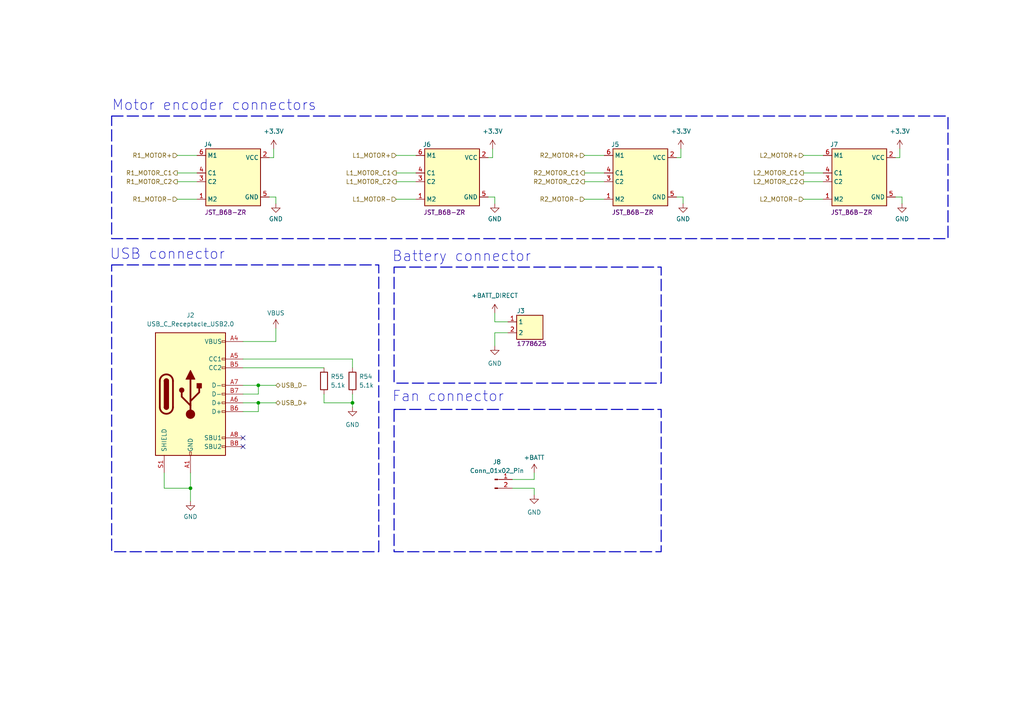
<source format=kicad_sch>
(kicad_sch (version 20230121) (generator eeschema)
  (paper "A4")
  (lib_symbols
    (symbol "Connector:Conn_01x02_Pin" (pin_names (offset 1.016) hide)
      (property "Reference" "J" (at 0 2.54 0))
      (property "Value" "Conn_01x02_Pin" (at 0 -5.08 0))
      (symbol "Conn_01x02_Pin_1_1"
        (polyline (pts (xy 1.27 -2.54) (xy 0.8636 -2.54)) (stroke (width 0.1524)))
        (polyline (pts (xy 1.27 0) (xy 0.8636 0)) (stroke (width 0.1524)))
        (rectangle (start 0.8636 -2.413) (end 0 -2.667) (stroke (width 0.1524)) (fill (type outline)))
        (rectangle (start 0.8636 0.127) (end 0 -0.127) (stroke (width 0.1524)) (fill (type outline)))
        (pin passive line (at 5.08 0 180) (length 3.81) (name "Pin_1") (number "1"))
        (pin passive line (at 5.08 -2.54 180) (length 3.81) (name "Pin_2") (number "2"))
      )
    )
    (symbol "Connector:USB_C_Receptacle_USB2.0" (pin_names (offset 1.016))
      (property "Reference" "J" (at -10.16 19.05 0))
      (property "Value" "USB_C_Receptacle_USB2.0" (at 19.05 19.05 0))
      (symbol "USB_C_Receptacle_USB2.0_0_0"
        (rectangle (start -0.254 -17.78) (end 0.254 -16.764))
        (rectangle (start 10.16 -14.986) (end 9.144 -15.494))
        (rectangle (start 10.16 -12.446) (end 9.144 -12.954))
        (rectangle (start 10.16 -4.826) (end 9.144 -5.334))
        (rectangle (start 10.16 -2.286) (end 9.144 -2.794))
        (rectangle (start 10.16 0.254) (end 9.144 -0.254))
        (rectangle (start 10.16 2.794) (end 9.144 2.286))
        (rectangle (start 10.16 7.874) (end 9.144 7.366))
        (rectangle (start 10.16 10.414) (end 9.144 9.906))
        (rectangle (start 10.16 15.494) (end 9.144 14.986))
      )
      (symbol "USB_C_Receptacle_USB2.0_0_1"
        (rectangle (start -10.16 17.78) (end 10.16 -17.78) (stroke (width 0.254)) (fill (type background)))
        (arc (start -8.89 -3.81) (mid -6.985 -5.7067) (end -5.08 -3.81) (stroke (width 0.508)))
        (arc (start -7.62 -3.81) (mid -6.985 -4.4423) (end -6.35 -3.81) (stroke (width 0.254)))
        (arc (start -7.62 -3.81) (mid -6.985 -4.4423) (end -6.35 -3.81) (stroke (width 0.254)) (fill (type outline)))
        (rectangle (start -7.62 -3.81) (end -6.35 3.81) (stroke (width 0.254)) (fill (type outline)))
        (arc (start -6.35 3.81) (mid -6.985 4.4423) (end -7.62 3.81) (stroke (width 0.254)))
        (arc (start -6.35 3.81) (mid -6.985 4.4423) (end -7.62 3.81) (stroke (width 0.254)) (fill (type outline)))
        (arc (start -5.08 3.81) (mid -6.985 5.7067) (end -8.89 3.81) (stroke (width 0.508)))
        (circle (center -2.54 1.143) (radius 0.635) (stroke (width 0.254)) (fill (type outline)))
        (circle (center 0 -5.842) (radius 1.27) (fill (type outline)))
        (polyline (pts (xy -8.89 -3.81) (xy -8.89 3.81)) (stroke (width 0.508)))
        (polyline (pts (xy -5.08 3.81) (xy -5.08 -3.81)) (stroke (width 0.508)))
        (polyline (pts (xy 0 -5.842) (xy 0 4.318)) (stroke (width 0.508)))
        (polyline (pts (xy 0 -3.302) (xy -2.54 -0.762) (xy -2.54 0.508)) (stroke (width 0.508)))
        (polyline (pts (xy 0 -2.032) (xy 2.54 0.508) (xy 2.54 1.778)) (stroke (width 0.508)))
        (polyline (pts (xy -1.27 4.318) (xy 0 6.858) (xy 1.27 4.318) (xy -1.27 4.318)) (stroke (width 0.254)) (fill (type outline)))
        (rectangle (start 1.905 1.778) (end 3.175 3.048) (stroke (width 0.254)) (fill (type outline)))
      )
      (symbol "USB_C_Receptacle_USB2.0_1_1"
        (pin passive line (at 0 -22.86 90) (length 5.08) (name "GND") (number "A1"))
        (pin passive line (at 0 -22.86 90) (length 5.08) hide (name "GND") (number "A12"))
        (pin passive line (at 15.24 15.24 180) (length 5.08) (name "VBUS") (number "A4"))
        (pin bidirectional line (at 15.24 10.16 180) (length 5.08) (name "CC1") (number "A5"))
        (pin bidirectional line (at 15.24 -2.54 180) (length 5.08) (name "D+") (number "A6"))
        (pin bidirectional line (at 15.24 2.54 180) (length 5.08) (name "D-") (number "A7"))
        (pin bidirectional line (at 15.24 -12.7 180) (length 5.08) (name "SBU1") (number "A8"))
        (pin passive line (at 15.24 15.24 180) (length 5.08) hide (name "VBUS") (number "A9"))
        (pin passive line (at 0 -22.86 90) (length 5.08) hide (name "GND") (number "B1"))
        (pin passive line (at 0 -22.86 90) (length 5.08) hide (name "GND") (number "B12"))
        (pin passive line (at 15.24 15.24 180) (length 5.08) hide (name "VBUS") (number "B4"))
        (pin bidirectional line (at 15.24 7.62 180) (length 5.08) (name "CC2") (number "B5"))
        (pin bidirectional line (at 15.24 -5.08 180) (length 5.08) (name "D+") (number "B6"))
        (pin bidirectional line (at 15.24 0 180) (length 5.08) (name "D-") (number "B7"))
        (pin bidirectional line (at 15.24 -15.24 180) (length 5.08) (name "SBU2") (number "B8"))
        (pin passive line (at 15.24 15.24 180) (length 5.08) hide (name "VBUS") (number "B9"))
        (pin passive line (at -7.62 -22.86 90) (length 5.08) (name "SHIELD") (number "S1"))
      )
    )
    (symbol "Connectors:JST_B6B-ZR"
      (property "Reference" "J" (at 0.635 1.27 0))
      (property "Value" "JST_B6B-ZR" (at 5.715 -17.78 0))
      (property "Part number" "JST_B6B-ZR" (at 5.715 -17.78 0))
      (symbol "JST_B6B-ZR_1_1"
        (rectangle (start 0 0) (end 15.875 -16.51) (stroke (width 0.254)) (fill (type background)))
        (pin input line (at -2.54 -14.605 0) (length 2.54) (name "M2") (number "1"))
        (pin power_in line (at 18.415 -2.54 180) (length 2.54) (name "VCC") (number "2"))
        (pin output line (at -2.54 -9.525 0) (length 2.54) (name "C2") (number "3"))
        (pin output line (at -2.54 -6.985 0) (length 2.54) (name "C1") (number "4"))
        (pin power_out line (at 18.415 -13.97 180) (length 2.54) (name "GND") (number "5"))
        (pin input line (at -2.54 -1.905 0) (length 2.54) (name "M1") (number "6"))
      )
    )
    (symbol "Connectors:PTSM_0,5/_2-HH-2,5-THR_R16"
      (property "Reference" "J" (at 0.635 1.27 0))
      (property "Value" "1778625" (at 3.81 -8.255 0))
      (property "Part number" "1778625" (at 3.81 -8.255 0))
      (symbol "PTSM_0,5/_2-HH-2,5-THR_R16_1_1"
        (rectangle (start 0 0) (end 7.62 -6.985) (stroke (width 0.254)) (fill (type background)))
        (pin input line (at -2.54 -1.905 0) (length 2.54) (name "1") (number "1"))
        (pin input line (at -2.54 -5.08 0) (length 2.54) (name "2") (number "2"))
      )
    )
    (symbol "Device:R" (pin_numbers hide) (pin_names (offset 0))
      (property "Reference" "R" (at 2.032 0 90))
      (property "Value" "R" (at 0 0 90))
      (symbol "R_0_1"
        (rectangle (start -1.016 -2.54) (end 1.016 2.54) (stroke (width 0.254)))
      )
      (symbol "R_1_1"
        (pin passive line (at 0 3.81 270) (length 1.27) (name "~") (number "1"))
        (pin passive line (at 0 -3.81 90) (length 1.27) (name "~") (number "2"))
      )
    )
    (symbol "power:+3.3V" (power) (pin_names (offset 0))
      (property "Value" "+3.3V" (at 0 3.556 0))
      (symbol "+3.3V_0_1"
        (polyline (pts (xy -0.762 1.27) (xy 0 2.54)))
        (polyline (pts (xy 0 0) (xy 0 2.54)))
        (polyline (pts (xy 0 2.54) (xy 0.762 1.27)))
      )
      (symbol "+3.3V_1_1"
        (pin power_in line (at 0 0 90) (length 0) hide (name "+3.3V") (number "1"))
      )
    )
    (symbol "power:+BATT" (power) (pin_names (offset 0))
      (property "Value" "+BATT" (at 0 3.556 0))
      (symbol "+BATT_0_1"
        (polyline (pts (xy -0.762 1.27) (xy 0 2.54)))
        (polyline (pts (xy 0 0) (xy 0 2.54)))
        (polyline (pts (xy 0 2.54) (xy 0.762 1.27)))
      )
      (symbol "+BATT_1_1"
        (pin power_in line (at 0 0 90) (length 0) hide (name "+BATT") (number "1"))
      )
    )
    (symbol "power:GND" (power) (pin_names (offset 0))
      (property "Value" "GND" (at 0 -3.81 0))
      (symbol "GND_0_1"
        (polyline (pts (xy 0 0) (xy 0 -1.27) (xy 1.27 -1.27) (xy 0 -2.54) (xy -1.27 -1.27) (xy 0 -1.27)))
      )
      (symbol "GND_1_1"
        (pin power_in line (at 0 0 270) (length 0) hide (name "GND") (number "1"))
      )
    )
    (symbol "power:VBUS" (power) (pin_names (offset 0))
      (property "Value" "VBUS" (at 0 3.81 0))
      (symbol "VBUS_0_1"
        (polyline (pts (xy -0.762 1.27) (xy 0 2.54)))
        (polyline (pts (xy 0 0) (xy 0 2.54)))
        (polyline (pts (xy 0 2.54) (xy 0.762 1.27)))
      )
      (symbol "VBUS_1_1"
        (pin power_in line (at 0 0 90) (length 0) hide (name "VBUS") (number "1"))
      )
    )
    (symbol "power_symbols:+BATT_DIRECT" (power) (pin_numbers hide) (pin_names hide) (in_bom no) (on_board no)
      (property "Value" "+BATT_DIRECT" (at 0.635 3.81 0))
      (symbol "+BATT_DIRECT_0_1"
        (polyline (pts (xy -0.762 1.27) (xy 0 2.54)))
        (polyline (pts (xy 0 0) (xy 0 2.54)))
        (polyline (pts (xy 0 2.54) (xy 0.762 1.27)))
      )
      (symbol "+BATT_DIRECT_1_1"
        (pin power_in line (at 0 0 90) (length 0) hide (name "+BATT_DIRECT") (number "1"))
      )
    )
  )
  (junction (at 55.245 141.605))
  (junction (at 74.93 111.76))
  (junction (at 102.235 116.84))
  (junction (at 74.93 116.84))
  (no_connect (at 70.485 129.54))
  (no_connect (at 70.485 127))
  (wire (pts (xy 114.935 52.705) (xy 120.65 52.705)))
  (wire (pts (xy 198.12 57.15) (xy 198.12 59.055)))
  (wire (pts (xy 51.435 45.085) (xy 57.15 45.085)))
  (wire (pts (xy 78.105 57.15) (xy 80.01 57.15)))
  (wire (pts (xy 154.94 139.065) (xy 148.59 139.065)))
  (wire (pts (xy 79.375 45.72) (xy 78.105 45.72)))
  (wire (pts (xy 70.485 119.38) (xy 74.93 119.38)))
  (wire (pts (xy 259.715 57.15) (xy 261.62 57.15)))
  (wire (pts (xy 142.875 43.18) (xy 142.875 45.72)))
  (wire (pts (xy 80.01 99.06) (xy 70.485 99.06)))
  (wire (pts (xy 143.51 90.805) (xy 143.51 93.345)))
  (wire (pts (xy 74.93 119.38) (xy 74.93 116.84)))
  (wire (pts (xy 102.235 114.3) (xy 102.235 116.84)))
  (wire (pts (xy 74.93 116.84) (xy 80.01 116.84)))
  (wire (pts (xy 147.32 93.345) (xy 143.51 93.345)))
  (wire (pts (xy 169.545 50.165) (xy 175.26 50.165)))
  (wire (pts (xy 233.045 57.785) (xy 238.76 57.785)))
  (wire (pts (xy 143.51 96.52) (xy 143.51 100.33)))
  (wire (pts (xy 70.485 114.3) (xy 74.93 114.3)))
  (wire (pts (xy 233.045 52.705) (xy 238.76 52.705)))
  (wire (pts (xy 154.94 137.16) (xy 154.94 139.065)))
  (wire (pts (xy 47.625 137.16) (xy 47.625 141.605)))
  (wire (pts (xy 74.93 114.3) (xy 74.93 111.76)))
  (wire (pts (xy 154.94 143.51) (xy 154.94 141.605)))
  (wire (pts (xy 47.625 141.605) (xy 55.245 141.605)))
  (wire (pts (xy 142.875 45.72) (xy 141.605 45.72)))
  (wire (pts (xy 197.485 45.72) (xy 196.215 45.72)))
  (wire (pts (xy 154.94 141.605) (xy 148.59 141.605)))
  (wire (pts (xy 143.51 57.15) (xy 143.51 59.055)))
  (wire (pts (xy 102.235 104.14) (xy 70.485 104.14)))
  (wire (pts (xy 169.545 57.785) (xy 175.26 57.785)))
  (wire (pts (xy 114.935 45.085) (xy 120.65 45.085)))
  (wire (pts (xy 147.32 96.52) (xy 143.51 96.52)))
  (wire (pts (xy 74.93 111.76) (xy 80.01 111.76)))
  (wire (pts (xy 51.435 52.705) (xy 57.15 52.705)))
  (wire (pts (xy 169.545 45.085) (xy 175.26 45.085)))
  (wire (pts (xy 233.045 45.085) (xy 238.76 45.085)))
  (wire (pts (xy 93.98 116.84) (xy 102.235 116.84)))
  (wire (pts (xy 169.545 52.705) (xy 175.26 52.705)))
  (wire (pts (xy 55.245 137.16) (xy 55.245 141.605)))
  (wire (pts (xy 51.435 50.165) (xy 57.15 50.165)))
  (wire (pts (xy 93.98 114.3) (xy 93.98 116.84)))
  (wire (pts (xy 70.485 116.84) (xy 74.93 116.84)))
  (wire (pts (xy 261.62 57.15) (xy 261.62 59.055)))
  (wire (pts (xy 51.435 57.785) (xy 57.15 57.785)))
  (wire (pts (xy 114.935 57.785) (xy 120.65 57.785)))
  (wire (pts (xy 233.045 50.165) (xy 238.76 50.165)))
  (wire (pts (xy 260.985 43.18) (xy 260.985 45.72)))
  (wire (pts (xy 80.01 57.15) (xy 80.01 59.055)))
  (wire (pts (xy 114.935 50.165) (xy 120.65 50.165)))
  (wire (pts (xy 260.985 45.72) (xy 259.715 45.72)))
  (wire (pts (xy 80.01 95.25) (xy 80.01 99.06)))
  (wire (pts (xy 102.235 106.68) (xy 102.235 104.14)))
  (wire (pts (xy 196.215 57.15) (xy 198.12 57.15)))
  (wire (pts (xy 141.605 57.15) (xy 143.51 57.15)))
  (wire (pts (xy 70.485 106.68) (xy 93.98 106.68)))
  (wire (pts (xy 70.485 111.76) (xy 74.93 111.76)))
  (wire (pts (xy 79.375 43.18) (xy 79.375 45.72)))
  (wire (pts (xy 102.235 116.84) (xy 102.235 118.11)))
  (wire (pts (xy 197.485 43.18) (xy 197.485 45.72)))
  (wire (pts (xy 55.245 141.605) (xy 55.245 145.415)))
  (rectangle (start 114.3 77.47) (end 191.77 111.125) (stroke (width 0.3) (type dash)))
  (rectangle (start 114.3 118.745) (end 191.77 160.02) (stroke (width 0.3) (type dash)))
  (rectangle (start 32.385 76.835) (end 109.855 160.02) (stroke (width 0.3) (type dash)))
  (rectangle (start 32.385 33.655) (end 274.955 69.215) (stroke (width 0.3) (type dash)))
  (text "Fan connector" (at 113.665 116.84 0) (effects (font (size 3 3)) (justify left bottom)))
  (text "Battery connector" (at 113.665 76.2 0) (effects (font (size 3 3)) (justify left bottom)))
  (text "USB connector" (at 31.75 75.565 0) (effects (font (size 3 3)) (justify left bottom)))
  (text "Motor encoder connectors" (at 32.385 32.385 0) (effects (font (size 3 3)) (justify left bottom)))
  (hierarchical_label "L2_MOTOR_C1" (shape output) (at 233.045 50.165 180))
  (hierarchical_label "R2_MOTOR_C2" (shape output) (at 169.545 52.705 180))
  (hierarchical_label "L1_MOTOR-" (shape input) (at 114.935 57.785 180))
  (hierarchical_label "USB_D+" (shape bidirectional) (at 80.01 116.84 0))
  (hierarchical_label "L1_MOTOR+" (shape input) (at 114.935 45.085 180))
  (hierarchical_label "R2_MOTOR+" (shape input) (at 169.545 45.085 180))
  (hierarchical_label "L2_MOTOR_C2" (shape output) (at 233.045 52.705 180))
  (hierarchical_label "R2_MOTOR-" (shape input) (at 169.545 57.785 180))
  (hierarchical_label "L1_MOTOR_C2" (shape output) (at 114.935 52.705 180))
  (hierarchical_label "R2_MOTOR_C1" (shape output) (at 169.545 50.165 180))
  (hierarchical_label "USB_D-" (shape bidirectional) (at 80.01 111.76 0))
  (hierarchical_label "L1_MOTOR_C1" (shape output) (at 114.935 50.165 180))
  (hierarchical_label "R1_MOTOR_C1" (shape output) (at 51.435 50.165 180))
  (hierarchical_label "R1_MOTOR+" (shape input) (at 51.435 45.085 180))
  (hierarchical_label "L2_MOTOR+" (shape input) (at 233.045 45.085 180))
  (hierarchical_label "R1_MOTOR-" (shape input) (at 51.435 57.785 180))
  (hierarchical_label "R1_MOTOR_C2" (shape output) (at 51.435 52.705 180))
  (hierarchical_label "L2_MOTOR-" (shape input) (at 233.045 57.785 180))
  (symbol (lib_id "power:GND") (at 55.245 145.415 0) (unit 1)
    (property "Reference" "#PWR025" (effects hide))
    (property "Value" "GND" (at 55.245 149.86 0))
  )
  (symbol (lib_id "power:+3.3V") (at 79.375 43.18 0) (unit 1)
    (property "Reference" "#PWR077" (effects hide))
    (property "Value" "+3.3V" (at 79.375 38.1 0))
  )
  (symbol (lib_id "power:GND") (at 143.51 100.33 0) (unit 1)
    (property "Reference" "#PWR028" (effects hide))
    (property "Value" "GND" (at 143.51 105.41 0))
  )
  (symbol (lib_id "Connectors:JST_B6B-ZR") (at 123.19 43.18 0) (unit 1)
    (property "Reference" "J6" (at 123.825 41.91 0))
    (property "Value" "JST_B6B-ZR" (at 128.905 61.595 0))
    (property "Footprint" "lib:CONN_B6B-ZR_JST" (effects hide))
    (property "Datasheet" "https://www.jst.com/wp-content/uploads/2021/01/eZH-new.pdf" (effects hide))
    (property "Part number" "JST_B6B-ZR" (at 128.905 61.595 0))
  )
  (symbol (lib_id "Connectors:JST_B6B-ZR") (at 241.3 43.18 0) (unit 1)
    (property "Reference" "J7" (at 241.935 41.91 0))
    (property "Value" "JST_B6B-ZR" (at 247.015 61.595 0))
    (property "Footprint" "lib:CONN_B6B-ZR_JST" (effects hide))
    (property "Datasheet" "https://www.jst.com/wp-content/uploads/2021/01/eZH-new.pdf" (effects hide))
    (property "Part number" "JST_B6B-ZR" (at 247.015 61.595 0))
  )
  (symbol (lib_id "Connector:USB_C_Receptacle_USB2.0") (at 55.245 114.3 0) (unit 1)
    (property "Reference" "J2" (at 55.245 91.44 0))
    (property "Value" "USB_C_Receptacle_USB2.0" (at 55.245 93.98 0))
    (property "Footprint" "Connector_USB:USB_C_Receptacle_GCT_USB4110" (effects hide))
    (property "Datasheet" "https://www.usb.org/sites/default/files/documents/usb_type-c.zip" (effects hide))
  )
  (symbol (lib_id "Connectors:JST_B6B-ZR") (at 59.69 43.18 0) (unit 1)
    (property "Reference" "J4" (at 60.325 41.91 0))
    (property "Value" "JST_B6B-ZR" (at 65.405 61.595 0))
    (property "Footprint" "lib:CONN_B6B-ZR_JST" (effects hide))
    (property "Datasheet" "https://www.jst.com/wp-content/uploads/2021/01/eZH-new.pdf" (effects hide))
    (property "Part number" "JST_B6B-ZR" (at 65.405 61.595 0))
  )
  (symbol (lib_id "Connectors:JST_B6B-ZR") (at 177.8 43.18 0) (unit 1)
    (property "Reference" "J5" (at 178.435 41.91 0))
    (property "Value" "JST_B6B-ZR" (at 183.515 61.595 0))
    (property "Footprint" "lib:CONN_B6B-ZR_JST" (effects hide))
    (property "Datasheet" "https://www.jst.com/wp-content/uploads/2021/01/eZH-new.pdf" (effects hide))
    (property "Part number" "JST_B6B-ZR" (at 183.515 61.595 0))
  )
  (symbol (lib_id "Connectors:PTSM_0,5/_2-HH-2,5-THR_R16") (at 149.86 91.44 0) (unit 1)
    (property "Reference" "J3" (at 149.86 90.17 0) (effects (justify left)))
    (property "Value" "1778625" (at 149.86 99.695 0) (effects (justify left)))
    (property "Footprint" "lib:CONN_1814841" (effects hide))
    (property "Part number" "1778625" (at 149.86 99.695 0) (effects (justify left)))
  )
  (symbol (lib_id "power:+3.3V") (at 197.485 43.18 0) (unit 1)
    (property "Reference" "#PWR079" (effects hide))
    (property "Value" "+3.3V" (at 197.485 38.1 0))
  )
  (symbol (lib_id "Device:R") (at 93.98 110.49 0) (unit 1)
    (property "Reference" "R55" (at 95.885 109.22 0) (effects (justify left)))
    (property "Value" "5.1k" (at 95.885 111.76 0) (effects (justify left)))
    (property "Footprint" "Resistor_SMD:R_0603_1608Metric_Pad0.98x0.95mm_HandSolder" (effects hide))
  )
  (symbol (lib_id "power:GND") (at 261.62 59.055 0) (unit 1)
    (property "Reference" "#PWR084" (effects hide))
    (property "Value" "GND" (at 261.62 63.5 0))
  )
  (symbol (lib_id "power:GND") (at 102.235 118.11 0) (unit 1)
    (property "Reference" "#PWR0128" (effects hide))
    (property "Value" "GND" (at 102.235 123.19 0))
  )
  (symbol (lib_id "power:GND") (at 154.94 143.51 0) (unit 1)
    (property "Reference" "#PWR0124" (effects hide))
    (property "Value" "GND" (at 154.94 148.59 0))
  )
  (symbol (lib_id "power:+3.3V") (at 142.875 43.18 0) (unit 1)
    (property "Reference" "#PWR081" (effects hide))
    (property "Value" "+3.3V" (at 142.875 38.1 0))
  )
  (symbol (lib_id "Connector:Conn_01x02_Pin") (at 143.51 139.065 0) (unit 1)
    (property "Reference" "J8" (at 144.145 133.985 0))
    (property "Value" "Conn_01x02_Pin" (at 144.145 136.525 0))
    (property "Footprint" "Connector_PinHeader_2.54mm:PinHeader_1x02_P2.54mm_Vertical_SMD_Pin1Left" (effects hide))
  )
  (symbol (lib_id "power:+BATT") (at 154.94 137.16 0) (unit 1)
    (property "Reference" "#PWR0123" (effects hide))
    (property "Value" "+BATT" (at 154.94 132.715 0))
  )
  (symbol (lib_id "power:GND") (at 80.01 59.055 0) (unit 1)
    (property "Reference" "#PWR078" (effects hide))
    (property "Value" "GND" (at 80.01 63.5 0))
  )
  (symbol (lib_id "power:+3.3V") (at 260.985 43.18 0) (unit 1)
    (property "Reference" "#PWR083" (effects hide))
    (property "Value" "+3.3V" (at 260.985 38.1 0))
  )
  (symbol (lib_id "power:GND") (at 198.12 59.055 0) (unit 1)
    (property "Reference" "#PWR080" (effects hide))
    (property "Value" "GND" (at 198.12 63.5 0))
  )
  (symbol (lib_id "power:GND") (at 143.51 59.055 0) (unit 1)
    (property "Reference" "#PWR082" (effects hide))
    (property "Value" "GND" (at 143.51 63.5 0))
  )
  (symbol (lib_id "power_symbols:+BATT_DIRECT") (at 143.51 90.805 0) (unit 1) (in_bom no) (on_board no)
    (property "Reference" "#PWR027" (effects hide))
    (property "Value" "+BATT_DIRECT" (at 143.51 85.725 0))
  )
  (symbol (lib_id "Device:R") (at 102.235 110.49 0) (unit 1)
    (property "Reference" "R54" (at 104.14 109.22 0) (effects (justify left)))
    (property "Value" "5.1k" (at 104.14 111.76 0) (effects (justify left)))
    (property "Footprint" "Resistor_SMD:R_0603_1608Metric_Pad0.98x0.95mm_HandSolder" (effects hide))
  )
  (symbol (lib_id "power:VBUS") (at 80.01 95.25 0) (unit 1)
    (property "Reference" "#PWR026" (effects hide))
    (property "Value" "VBUS" (at 80.01 90.805 0))
  )
)
</source>
